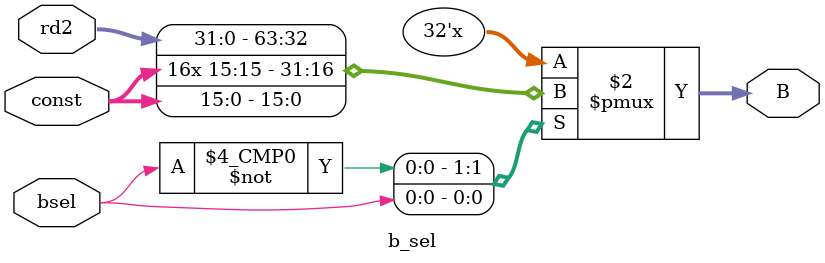
<source format=v>
`timescale 1ns / 1ps


module b_sel(B,rd2,const,bsel);
output reg [31:0] B;   // ALU ke pehle reg ka B input
input [31:0] rd2;
input [15:0] const;  // 16 bit constant 
input bsel;
   
    
always @ (const,bsel,rd2)
begin
case(bsel)
1'b0: B<=rd2;
1'b1: B<={{16{const[15]}},const};   
endcase
end 
    
endmodule

</source>
